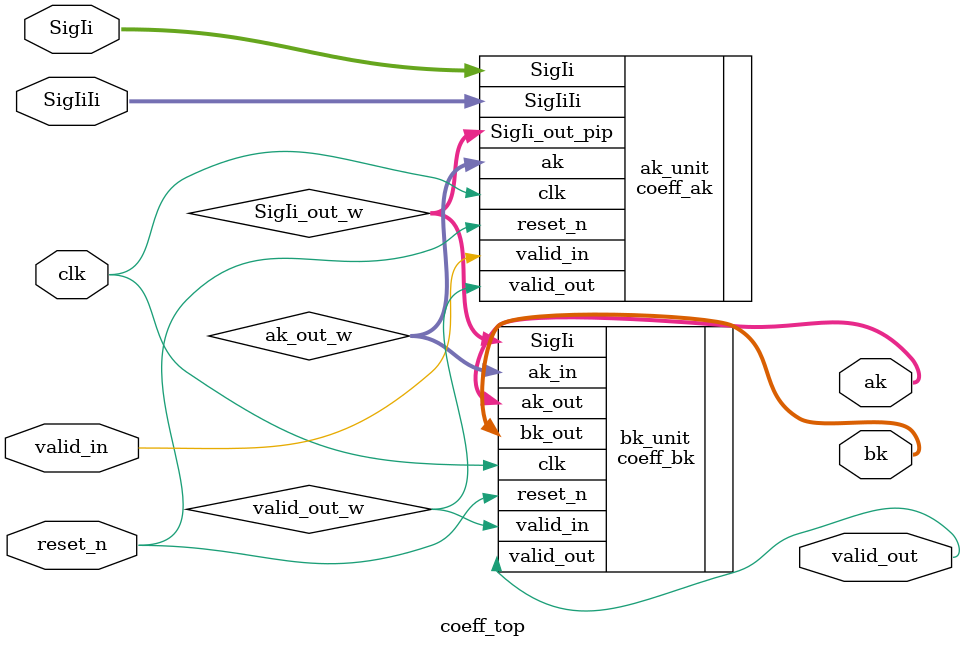
<source format=v>
`timescale 1ns / 1ps

module coeff_top #(

    parameter RADIUS = 10,
    parameter A_FRACBITS = 20,
    parameter DIVIDER_FRACTION = 2

  )
  (
    input clk,
    input reset_n,
    input valid_in,
    output valid_out,
    input [SIGI_BITS-1:0]SigIi,
    input [SIGII_BITS-1:0] SigIiIi,
    output signed [4+A_FRACBITS-DIVIDER_FRACTION-1:0] ak,
    output signed [SIGI_BITS+A_FRACBITS+SIGI_BITS+2-20:0] bk

  );

  parameter SIGI_BITS = $clog2((2*RADIUS+1)*(2*RADIUS+1))+8;
  parameter SIGII_BITS = $clog2((2*RADIUS+1)*(2*RADIUS+1))+16;


  wire valid_out_w; // pipelined to bk_unit
  wire [SIGI_BITS-1:0] SigIi_out_w;// pipelined to bk unit
  wire signed [4+A_FRACBITS-DIVIDER_FRACTION-1:0] ak_out_w; // piped to bk unit



  coeff_ak #(RADIUS,A_FRACBITS,DIVIDER_FRACTION) ak_unit
           (

             .clk (clk),
             .reset_n (reset_n),
             .valid_in(valid_in),
             .valid_out(valid_out_w),
             .SigIi(SigIi),
             .SigIiIi(SigIiIi),
             .SigIi_out_pip(SigIi_out_w),
             .ak(ak_out_w)
           );

  coeff_bk #(RADIUS,A_FRACBITS,DIVIDER_FRACTION) bk_unit
           (
             .clk(clk),
             .reset_n(reset_n),
             .valid_in(valid_out_w),
             .SigIi(SigIi_out_w),
             .ak_in(ak_out_w),
             .valid_out(valid_out),
             .ak_out(ak),
             .bk_out(bk)
           );





endmodule

</source>
